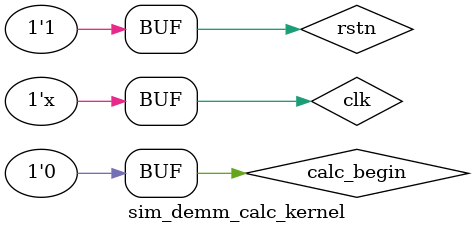
<source format=sv>
`include "pcie_spmv_macros.vh"
module sim_demm_calc_kernel #(
    
) (
);
    reg rstn;
    reg clk =1;
    reg [31:0] clkcnt=0;
    function integer clogb2 (input integer bit_depth);              
    begin                                                           
    for(clogb2=0; bit_depth>0; clogb2=clogb2+1)                   
    bit_depth = bit_depth >> 1;                                 
    end     
    endfunction
    always #5 clk = ~clk;
    always @(posedge clk) begin
        clkcnt<=clkcnt+1;
    end
    initial begin
        rstn <=0;
        calc_begin <= 0;
        #10
        rstn <=1;
        #10
        calc_begin <= 1;
        #10
        calc_begin <= 0;
    end
    reg calc_begin;
    axi4 #(32,64,1) axi_A();
    axi4 #(32,64,1) axi_B();
    axi4 #(32,64,1) axi_Out();
    
    
    demm_calc_kernel # (
        .ISSUE_NUM(4)
    ) demm_calc_kernel(
        .clk(clk),
        .rstn(rstn),
        .M_num(512),
        .N_num(32),
        .K_num(32),
        
        .calc_begin(calc_begin),
        .calc_end(),
        .m_axi_A(axi_A),
        .m_axi_B(axi_B),
        .m_axi_Out(axi_Out)
        
    );

    axi_blk_ram axi_blk_ram_A(
        .clk(clk),
        .rstn(rstn),
        .axi_port(axi_A)
    );
    axi_blk_ram axi_blk_ram_B(
        .clk(clk),
        .rstn(rstn),
        .axi_port(axi_B)
    );
    axi_blk_ram axi_blk_ram_Out(
        .clk(clk),
        .rstn(rstn),
        .axi_port(axi_Out)
    );


endmodule
</source>
